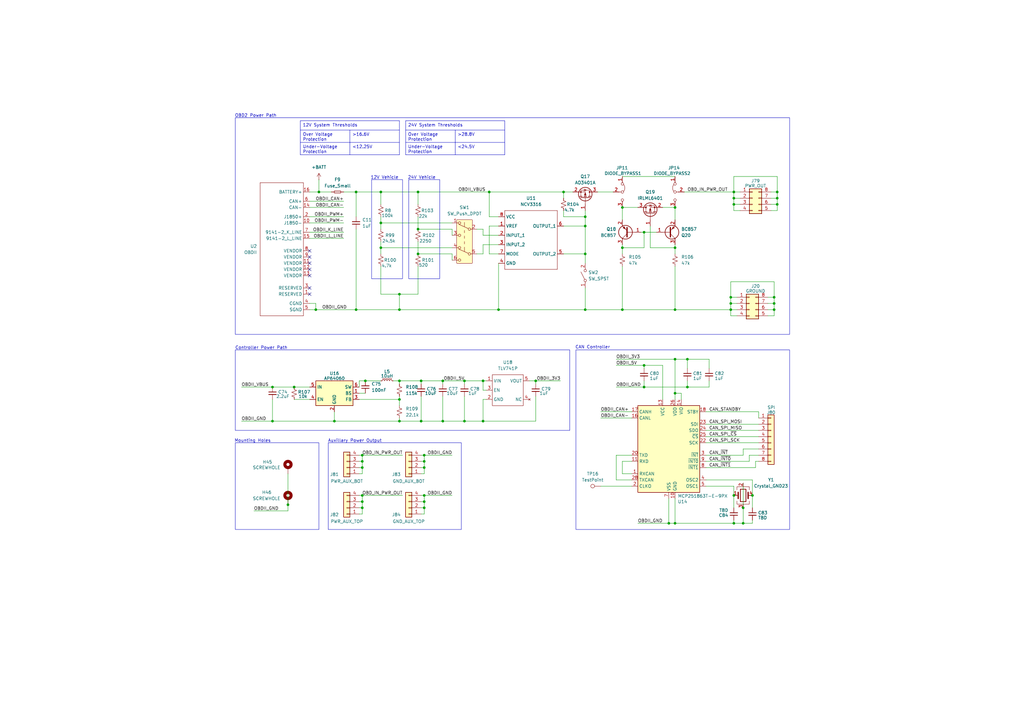
<source format=kicad_sch>
(kicad_sch (version 20250114) (generator "eeschema") (generator_version "9.0")
  (paper "A3")
  (title_block (title "Modular PSU") (company "DanWave Design") (comment 1 "Design By: Daniel Manla") (comment 2 "Open Hardware"))
  (lib_symbols
    (symbol "Connector:TestPoint" (pin_numbers (hide yes)) (pin_names (offset 0.762) (hide yes))
      (property "Reference" "TP" (at 0 6.858 0))
      (property "Value" "TestPoint" (at 0 5.08 0))
      (symbol "TestPoint_1_1"
        (pin passive line (at 0 0 90) (length 2.54) (name "1") (number "1"))
      )
    )
    (symbol "Connector_Generic:Conn_01x04" (pin_names (offset 1.016) (hide yes))
      (property "Reference" "J" (at 0 5.08 0))
      (property "Value" "Conn_01x04" (at 0 -7.62 0))
      (symbol "Conn_01x04_1_1"
        (pin passive line (at -5.08 2.54 0) (length 3.81) (name "Pin_1") (number "1"))
        (pin passive line (at -5.08 0 0) (length 3.81) (name "Pin_2") (number "2"))
        (pin passive line (at -5.08 -2.54 0) (length 3.81) (name "Pin_3") (number "3"))
        (pin passive line (at -5.08 -5.08 0) (length 3.81) (name "Pin_4") (number "4"))
      )
    )
    (symbol "Connector_Generic:Conn_01x08" (pin_names (offset 1.016) (hide yes))
      (property "Reference" "J" (at 0 10.16 0))
      (property "Value" "Conn_01x08" (at 0 -12.7 0))
      (symbol "Conn_01x08_1_1"
        (pin passive line (at -5.08 7.62 0) (length 3.81) (name "Pin_1") (number "1"))
        (pin passive line (at -5.08 5.08 0) (length 3.81) (name "Pin_2") (number "2"))
        (pin passive line (at -5.08 2.54 0) (length 3.81) (name "Pin_3") (number "3"))
        (pin passive line (at -5.08 0 0) (length 3.81) (name "Pin_4") (number "4"))
        (pin passive line (at -5.08 -2.54 0) (length 3.81) (name "Pin_5") (number "5"))
        (pin passive line (at -5.08 -5.08 0) (length 3.81) (name "Pin_6") (number "6"))
        (pin passive line (at -5.08 -7.62 0) (length 3.81) (name "Pin_7") (number "7"))
        (pin passive line (at -5.08 -10.16 0) (length 3.81) (name "Pin_8") (number "8"))
      )
    )
    (symbol "Connector_Generic:Conn_02x04_Counter_Clockwise" (pin_names (offset 1.016) (hide yes))
      (property "Reference" "J" (at 1.27 5.08 0))
      (property "Value" "Conn_02x04_Counter_Clockwise" (at 1.27 -7.62 0))
      (symbol "Conn_02x04_Counter_Clockwise_1_1"
        (pin passive line (at -5.08 2.54 0) (length 3.81) (name "Pin_1") (number "1"))
        (pin passive line (at -5.08 0 0) (length 3.81) (name "Pin_2") (number "2"))
        (pin passive line (at -5.08 -2.54 0) (length 3.81) (name "Pin_3") (number "3"))
        (pin passive line (at -5.08 -5.08 0) (length 3.81) (name "Pin_4") (number "4"))
        (pin passive line (at 7.62 2.54 180) (length 3.81) (name "Pin_8") (number "8"))
        (pin passive line (at 7.62 0 180) (length 3.81) (name "Pin_7") (number "7"))
        (pin passive line (at 7.62 -2.54 180) (length 3.81) (name "Pin_6") (number "6"))
        (pin passive line (at 7.62 -5.08 180) (length 3.81) (name "Pin_5") (number "5"))
      )
    )
    (symbol "Device:C_Small" (pin_numbers (hide yes)) (pin_names (offset 0.254) (hide yes))
      (property "Reference" "C" (at 0.254 1.778 0))
      (property "Value" "C_Small" (at 0.254 -2.032 0))
      (symbol "C_Small_1_1"
        (pin passive line (at 0 2.54 270) (length 2.032) (name "~") (number "1"))
        (pin passive line (at 0 -2.54 90) (length 2.032) (name "~") (number "2"))
      )
    )
    (symbol "Device:Crystal_GND23" (pin_names (offset 1.016) (hide yes))
      (property "Reference" "Y" (at 3.175 5.08 0))
      (property "Value" "Crystal_GND23" (at 3.175 3.175 0))
      (symbol "Crystal_GND23_1_1"
        (pin passive line (at -3.81 0 0) (length 1.27) (name "1") (number "1"))
        (pin passive line (at 0 5.08 270) (length 1.27) (name "2") (number "2"))
        (pin passive line (at 0 -5.08 90) (length 1.27) (name "3") (number "3"))
        (pin passive line (at 3.81 0 180) (length 1.27) (name "4") (number "4"))
      )
    )
    (symbol "Device:Fuse_Small" (pin_numbers (hide yes)) (pin_names (offset 0.254) (hide yes))
      (property "Reference" "F" (at 0 -1.524 0))
      (property "Value" "Fuse_Small" (at 0 1.524 0))
      (symbol "Fuse_Small_1_1"
        (pin passive line (at -2.54 0 0) (length 1.27) (name "~") (number "1"))
        (pin passive line (at 2.54 0 180) (length 1.27) (name "~") (number "2"))
      )
    )
    (symbol "Device:L_Ferrite_Small" (pin_numbers (hide yes)) (pin_names (offset 0.254) (hide yes))
      (property "Reference" "L" (at 1.27 1.016 0))
      (property "Value" "L_Ferrite_Small" (at 1.27 -1.27 0))
      (symbol "L_Ferrite_Small_1_1"
        (pin passive line (at 0 2.54 270) (length 0.508) (name "~") (number "1"))
        (pin passive line (at 0 -2.54 90) (length 0.508) (name "~") (number "2"))
      )
    )
    (symbol "Device:R_Small_US" (pin_numbers (hide yes)) (pin_names (offset 0.254) (hide yes))
      (property "Reference" "R" (at 0.762 0.508 0))
      (property "Value" "R_Small_US" (at 0.762 -1.016 0))
      (symbol "R_Small_US_1_1"
        (pin passive line (at 0 2.54 270) (length 1.016) (name "~") (number "1"))
        (pin passive line (at 0 -2.54 90) (length 1.016) (name "~") (number "2"))
      )
    )
    (symbol "EXT_CONN:OBD2_PORT"
      (property "Reference" "U" (at 0 0 0))
      (property "Value" "OBDII" (at 0 0 0))
      (symbol "OBD2_PORT_1_1"
        (pin bidirectional line (at -11.43 -5.08 0) (length 2.54) (name "BATTERY+") (number "16"))
        (pin bidirectional line (at -11.43 -8.89 0) (length 2.54) (name "CAN+") (number "6"))
        (pin bidirectional line (at -11.43 -11.43 0) (length 2.54) (name "CAN-") (number "14"))
        (pin bidirectional line (at -11.43 -15.24 0) (length 2.54) (name "J1850+") (number "2"))
        (pin bidirectional line (at -11.43 -17.78 0) (length 2.54) (name "J1850-") (number "10"))
        (pin bidirectional line (at -11.43 -21.59 0) (length 2.54) (name "9141-2_K_LINE") (number "7"))
        (pin bidirectional line (at -11.43 -24.13 0) (length 2.54) (name "9141-2_L_LINE") (number "15"))
        (pin bidirectional line (at -11.43 -29.21 0) (length 2.54) (name "VENDOR") (number "8"))
        (pin bidirectional line (at -11.43 -31.75 0) (length 2.54) (name "VENDOR") (number "9"))
        (pin bidirectional line (at -11.43 -34.29 0) (length 2.54) (name "VENDOR") (number "11"))
        (pin bidirectional line (at -11.43 -36.83 0) (length 2.54) (name "VENDOR") (number "12"))
        (pin bidirectional line (at -11.43 -39.37 0) (length 2.54) (name "VENDOR") (number "13"))
        (pin bidirectional line (at -11.43 -44.45 0) (length 2.54) (name "RESERVED") (number "3"))
        (pin bidirectional line (at -11.43 -46.99 0) (length 2.54) (name "RESERVED") (number "1"))
        (pin power_out line (at -11.43 -50.8 0) (length 2.54) (name "CGND") (number "4"))
        (pin power_out line (at -11.43 -53.34 0) (length 2.54) (name "SGND") (number "5"))
      )
    )
    (symbol "EXT_DCDC:TLV741P"
      (property "Reference" "U" (at 0 0 0))
      (property "Value" "TLV741P" (at 0 0 0))
      (symbol "TLV741P_1_1"
        (pin power_in line (at -8.89 -3.81 0) (length 2.54) (name "VIN") (number "1"))
        (pin input line (at -8.89 -7.62 0) (length 2.54) (name "EN") (number "3"))
        (pin power_in line (at -8.89 -11.43 0) (length 2.54) (name "GND") (number "2"))
        (pin power_out line (at 8.89 -3.81 180) (length 2.54) (name "VOUT") (number "5"))
        (pin no_connect line (at 8.89 -11.43 180) (length 2.54) (name "NC") (number "4"))
      )
    )
    (symbol "EXT_VSENSE:NCV33161"
      (property "Reference" "U" (at 0 0 0))
      (property "Value" "NCV3316" (at 0 0 0))
      (symbol "NCV33161_1_1"
        (pin power_in line (at -12.7 -3.81 0) (length 2.54) (name "VCC") (number "8"))
        (pin bidirectional line (at -12.7 -7.62 0) (length 2.54) (name "VREF") (number "1"))
        (pin input line (at -12.7 -11.43 0) (length 2.54) (name "INPUT_1") (number "2"))
        (pin input line (at -12.7 -15.24 0) (length 2.54) (name "INPUT_2") (number "3"))
        (pin input line (at -12.7 -19.05 0) (length 2.54) (name "MODE") (number "7"))
        (pin power_out line (at -12.7 -22.86 0) (length 2.54) (name "GND") (number "4"))
        (pin bidirectional line (at 13.97 -7.62 180) (length 2.54) (name "OUTPUT_1") (number "6"))
        (pin bidirectional line (at 13.97 -19.05 180) (length 2.54) (name "OUTPUT_2") (number "5"))
      )
    )
    (symbol "Interface_CAN_LIN:MCP251863T-E-9PX"
      (property "Reference" "U" (at -12.7 19.304 0))
      (property "Value" "MCP251863T-E-9PX" (at 4.572 19.304 0))
      (symbol "MCP251863T-E-9PX_1_1"
        (pin input line (at -15.24 15.24 0) (length 2.54) (name "STBY") (number "18"))
        (pin input line (at -15.24 10.16 0) (length 2.54) (name "SDI") (number "23"))
        (pin output line (at -15.24 7.62 0) (length 2.54) (name "SDO") (number "24"))
        (pin input line (at -15.24 5.08 0) (length 2.54) (name "~{CS}") (number "25"))
        (pin input line (at -15.24 2.54 0) (length 2.54) (name "SCK") (number "22"))
        (pin output line (at -15.24 -2.54 0) (length 2.54) (name "~{INT}") (number "3"))
        (pin output line (at -15.24 -5.08 0) (length 2.54) (name "~{INT0}") (number "9"))
        (pin output line (at -15.24 -7.62 0) (length 2.54) (name "~{INT1}") (number "8"))
        (pin output line (at -15.24 -12.7 0) (length 2.54) (name "OSC2") (number "4"))
        (pin input line (at -15.24 -15.24 0) (length 2.54) (name "OSC1") (number "5"))
        (pin power_in line (at -5.08 20.32 270) (length 2.54) (name "VIO") (number "14"))
        (pin power_in line (at -2.54 20.32 270) (length 2.54) (name "VDD") (number "26"))
        (pin power_in line (at -2.54 -20.32 90) (length 2.54) (name "GND") (number "10"))
        (pin no_connect line (at 0 17.78 270) (length 2.54) (hide yes) (name "NC") (number "21"))
        (pin power_in line (at 0 -20.32 90) (length 2.54) (name "VSS") (number "7"))
        (pin power_in line (at 2.54 20.32 270) (length 2.54) (name "VCC") (number "13"))
        (pin no_connect line (at 5.08 17.78 270) (length 2.54) (hide yes) (name "NC") (number "29"))
        (pin no_connect line (at 12.7 10.16 180) (length 2.54) (hide yes) (name "NC") (number "19"))
        (pin no_connect line (at 12.7 7.62 180) (length 2.54) (hide yes) (name "NC") (number "15"))
        (pin no_connect line (at 12.7 5.08 180) (length 2.54) (hide yes) (name "NC") (number "12"))
        (pin no_connect line (at 12.7 2.54 180) (length 2.54) (hide yes) (name "NC") (number "6"))
        (pin bidirectional line (at 15.24 15.24 180) (length 2.54) (name "CANH") (number "17"))
        (pin bidirectional line (at 15.24 12.7 180) (length 2.54) (name "CANL") (number "16"))
        (pin output line (at 15.24 -2.54 180) (length 2.54) (name "TXD") (number "20"))
        (pin output line (at 15.24 -5.08 180) (length 2.54) (name "RXD") (number "11"))
        (pin input line (at 15.24 -10.16 180) (length 2.54) (name "RXCAN") (number "1"))
        (pin output line (at 15.24 -12.7 180) (length 2.54) (name "TXCAN") (number "28"))
        (pin output line (at 15.24 -15.24 180) (length 2.54) (name "CLKO") (number "2"))
      )
    )
    (symbol "Jumper:Jumper_3_Bridged12" (pin_names (offset 0) (hide yes)) (exclude_from_sim yes) (in_bom no)
      (property "Reference" "JP" (at -2.54 -2.54 0))
      (property "Value" "Jumper_3_Bridged12" (at 0 2.794 0))
      (symbol "Jumper_3_Bridged12_1_1"
        (pin passive line (at -6.35 0 0) (length 2.54) (name "A") (number "1"))
        (pin passive line (at 0 -3.81 90) (length 2.54) (name "C") (number "2"))
        (pin passive line (at 6.35 0 180) (length 2.54) (name "B") (number "3"))
      )
    )
    (symbol "Mechanical:MountingHole_Pad" (pin_numbers (hide yes)) (pin_names (offset 1.016) (hide yes)) (exclude_from_sim yes) (in_bom no)
      (property "Reference" "H" (at 0 6.35 0))
      (property "Value" "MountingHole_Pad" (at 0 4.445 0))
      (symbol "MountingHole_Pad_1_1"
        (pin input line (at 0 -2.54 90) (length 2.54) (name "1") (number "1"))
      )
    )
    (symbol "Regulator_Switching:AP3211K"
      (property "Reference" "U" (at -7.62 6.35 0))
      (property "Value" "AP3211K" (at 0 6.35 0))
      (symbol "AP3211K_1_1"
        (pin power_in line (at -10.16 2.54 0) (length 2.54) (name "IN") (number "5"))
        (pin input line (at -10.16 -2.54 0) (length 2.54) (name "EN") (number "4"))
        (pin power_in line (at 0 -7.62 90) (length 2.54) (name "GND") (number "2"))
        (pin passive line (at 10.16 2.54 180) (length 2.54) (name "SW") (number "6"))
        (pin passive line (at 10.16 0 180) (length 2.54) (name "BS") (number "1"))
        (pin input line (at 10.16 -2.54 180) (length 2.54) (name "FB") (number "3"))
      )
    )
    (symbol "Switch:SW_Push_DPDT" (pin_names (offset 0) (hide yes))
      (property "Reference" "SW" (at 0 10.16 0))
      (property "Value" "SW_Push_DPDT" (at 0 -10.16 0))
      (symbol "SW_Push_DPDT_1_1"
        (pin passive line (at -5.08 5.08 0) (length 2.54) (name "B") (number "2"))
        (pin passive line (at -5.08 -5.08 0) (length 2.54) (name "B") (number "5"))
        (pin passive line (at 5.08 7.62 180) (length 2.54) (name "A") (number "1"))
        (pin passive line (at 5.08 2.54 180) (length 2.54) (name "C") (number "3"))
        (pin passive line (at 5.08 -2.54 180) (length 2.54) (name "A") (number "4"))
        (pin passive line (at 5.08 -7.62 180) (length 2.54) (name "C") (number "6"))
      )
    )
    (symbol "Switch:SW_SPST" (pin_names (offset 0) (hide yes))
      (property "Reference" "SW" (at 0 3.175 0))
      (property "Value" "SW_SPST" (at 0 -2.54 0))
      (symbol "SW_SPST_1_1"
        (pin passive line (at -5.08 0 0) (length 2.54) (name "A") (number "1"))
        (pin passive line (at 5.08 0 180) (length 2.54) (name "B") (number "2"))
      )
    )
    (symbol "Transistor_BJT:BC857" (pin_names (offset 0) (hide yes))
      (property "Reference" "Q" (at 5.08 1.905 0))
      (property "Value" "BC857" (at 5.08 0 0))
      (symbol "BC857_1_1"
        (pin input line (at -5.08 0 0) (length 2.54) (name "B") (number "1"))
        (pin passive line (at 2.54 5.08 270) (length 2.54) (name "C") (number "3"))
        (pin passive line (at 2.54 -5.08 90) (length 2.54) (name "E") (number "2"))
      )
    )
    (symbol "Transistor_FET:AO3401A" (pin_names (hide yes))
      (property "Reference" "Q" (at 5.08 1.905 0))
      (property "Value" "AO3401A" (at 5.08 0 0))
      (symbol "AO3401A_1_1"
        (pin input line (at -5.08 0 0) (length 2.54) (name "G") (number "1"))
        (pin passive line (at 2.54 5.08 270) (length 2.54) (name "D") (number "3"))
        (pin passive line (at 2.54 -5.08 90) (length 2.54) (name "S") (number "2"))
      )
    )
    (symbol "Transistor_FET:IRLML6401" (pin_names (hide yes))
      (property "Reference" "Q" (at 5.08 1.905 0))
      (property "Value" "IRLML6401" (at 5.08 0 0))
      (symbol "IRLML6401_1_1"
        (pin input line (at -5.08 0 0) (length 2.54) (name "G") (number "1"))
        (pin passive line (at 2.54 5.08 270) (length 2.54) (name "D") (number "3"))
        (pin passive line (at 2.54 -5.08 90) (length 2.54) (name "S") (number "2"))
      )
    )
    (symbol "power:+BATT" (power) (pin_numbers (hide yes)) (pin_names (offset 0) (hide yes))
      (property "Value" "+BATT" (at 0 3.556 0))
      (symbol "+BATT_1_1"
        (pin power_in line (at 0 0 90) (length 0) (name "~") (number "1"))
      )
    )
  )
  (rectangle (start 152.4 73.66) (end 165.1 114.3))
  (rectangle (start 96.52 48.26) (end 323.85 137.16))
  (rectangle (start 96.52 181.61) (end 130.81 217.17))
  (rectangle (start 134.62 181.61) (end 189.23 217.17))
  (rectangle (start 167.64 73.66) (end 180.34 114.3))
  (rectangle (start 236.22 143.51) (end 323.85 217.17))
  (rectangle (start 96.52 143.51) (end 233.68 176.53))
  (text "Auxillary Power Output" (at 145.542 180.848 0) (effects (font (size 1.27 1.27))))
  (text "CAN Controller" (at 243.078 142.494 0) (effects (font (size 1.27 1.27))))
  (text "24V Vehicle" (at 172.974 72.898 0) (effects (font (size 1.27 1.27))))
  (text "12V Vehicle" (at 157.734 72.898 0) (effects (font (size 1.27 1.27))))
  (text "OBD2 Power Path" (at 104.902 47.498 0) (effects (font (size 1.27 1.27))))
  (text "Mounting Holes" (at 103.632 180.848 0) (effects (font (size 1.27 1.27))))
  (text "Controller Power Path" (at 107.188 142.748 0) (effects (font (size 1.27 1.27))))
  (junction (at 148.59 208.28))
  (junction (at 264.16 158.75))
  (junction (at 148.59 191.77))
  (junction (at 173.99 189.23))
  (junction (at 231.14 78.74))
  (junction (at 255.27 85.09))
  (junction (at 172.72 156.21))
  (junction (at 163.83 163.83))
  (junction (at 204.47 127))
  (junction (at 318.77 78.74))
  (junction (at 156.21 101.6))
  (junction (at 118.11 207.01))
  (junction (at 276.86 147.32))
  (junction (at 317.5 124.46))
  (junction (at 111.76 172.72))
  (junction (at 173.99 186.69))
  (junction (at 300.99 81.28))
  (junction (at 304.8 214.63))
  (junction (at 190.5 156.21))
  (junction (at 255.27 127))
  (junction (at 276.86 161.29))
  (junction (at 299.72 127))
  (junction (at 300.99 83.82))
  (junction (at 171.45 78.74))
  (junction (at 149.86 156.21))
  (junction (at 264.16 95.25))
  (junction (at 129.54 127))
  (junction (at 130.81 78.74))
  (junction (at 276.86 85.09))
  (junction (at 200.66 78.74))
  (junction (at 198.12 172.72))
  (junction (at 146.05 127))
  (junction (at 300.99 214.63))
  (junction (at 240.03 92.71))
  (junction (at 240.03 127))
  (junction (at 146.05 78.74))
  (junction (at 173.99 205.74))
  (junction (at 137.16 172.72))
  (junction (at 300.99 203.2))
  (junction (at 163.83 120.65))
  (junction (at 148.59 186.69))
  (junction (at 156.21 78.74))
  (junction (at 299.72 121.92))
  (junction (at 281.94 147.32))
  (junction (at 276.86 127))
  (junction (at 304.8 208.28))
  (junction (at 171.45 93.98))
  (junction (at 300.99 78.74))
  (junction (at 318.77 81.28))
  (junction (at 163.83 127))
  (junction (at 163.83 156.21))
  (junction (at 181.61 172.72))
  (junction (at 318.77 83.82))
  (junction (at 255.27 101.6))
  (junction (at 240.03 88.9))
  (junction (at 120.65 158.75))
  (junction (at 276.86 101.6))
  (junction (at 190.5 172.72))
  (junction (at 240.03 104.14))
  (junction (at 317.5 121.92))
  (junction (at 264.16 149.86))
  (junction (at 281.94 158.75))
  (junction (at 156.21 91.44))
  (junction (at 173.99 191.77))
  (junction (at 274.32 214.63))
  (junction (at 173.99 208.28))
  (junction (at 181.61 156.21))
  (junction (at 148.59 189.23))
  (junction (at 148.59 203.2))
  (junction (at 111.76 158.75))
  (junction (at 219.71 156.21))
  (junction (at 317.5 127))
  (junction (at 163.83 172.72))
  (junction (at 173.99 203.2))
  (junction (at 308.61 203.2))
  (junction (at 299.72 124.46))
  (junction (at 171.45 104.14))
  (junction (at 172.72 172.72))
  (junction (at 148.59 205.74))
  (junction (at 198.12 156.21))
  (junction (at 276.86 214.63))
  (no_connect (at 127 102.87))
  (no_connect (at 127 113.03))
  (no_connect (at 127 110.49))
  (no_connect (at 127 107.95))
  (no_connect (at 127 118.11))
  (no_connect (at 127 105.41))
  (no_connect (at 127 120.65))
  (wire (pts (xy 127 85.09) (xy 140.97 85.09)))
  (wire (pts (xy 127 82.55) (xy 140.97 82.55)))
  (wire (pts (xy 255.27 127) (xy 276.86 127)))
  (wire (pts (xy 303.53 81.28) (xy 300.99 81.28)))
  (wire (pts (xy 231.14 78.74) (xy 231.14 81.28)))
  (wire (pts (xy 264.16 101.6) (xy 255.27 101.6)))
  (wire (pts (xy 300.99 213.36) (xy 300.99 214.63)))
  (wire (pts (xy 146.05 78.74) (xy 156.21 78.74)))
  (wire (pts (xy 316.23 81.28) (xy 318.77 81.28)))
  (wire (pts (xy 300.99 78.74) (xy 300.99 72.39)))
  (wire (pts (xy 198.12 104.14) (xy 198.12 100.33)))
  (wire (pts (xy 104.14 209.55) (xy 118.11 209.55)))
  (wire (pts (xy 148.59 189.23) (xy 148.59 186.69)))
  (wire (pts (xy 240.03 88.9) (xy 231.14 88.9)))
  (wire (pts (xy 163.83 156.21) (xy 163.83 157.48)))
  (wire (pts (xy 173.99 189.23) (xy 173.99 186.69)))
  (wire (pts (xy 290.83 158.75) (xy 290.83 156.21)))
  (wire (pts (xy 118.11 207.01) (xy 118.11 194.31)))
  (wire (pts (xy 163.83 172.72) (xy 163.83 171.45)))
  (wire (pts (xy 252.73 186.69) (xy 259.08 186.69)))
  (wire (pts (xy 276.86 85.09) (xy 271.78 85.09)))
  (wire (pts (xy 245.11 78.74) (xy 251.46 78.74)))
  (wire (pts (xy 204.47 104.14) (xy 200.66 104.14)))
  (wire (pts (xy 290.83 147.32) (xy 290.83 151.13)))
  (wire (pts (xy 252.73 196.85) (xy 259.08 196.85)))
  (wire (pts (xy 316.23 86.36) (xy 318.77 86.36)))
  (wire (pts (xy 231.14 78.74) (xy 234.95 78.74)))
  (wire (pts (xy 200.66 78.74) (xy 200.66 88.9)))
  (wire (pts (xy 300.99 86.36) (xy 300.99 83.82)))
  (wire (pts (xy 172.72 172.72) (xy 181.61 172.72)))
  (wire (pts (xy 172.72 203.2) (xy 173.99 203.2)))
  (wire (pts (xy 289.56 186.69) (xy 304.8 186.69)))
  (wire (pts (xy 198.12 100.33) (xy 204.47 100.33)))
  (wire (pts (xy 317.5 127) (xy 317.5 124.46)))
  (wire (pts (xy 147.32 194.31) (xy 148.59 194.31)))
  (wire (pts (xy 299.72 127) (xy 299.72 124.46)))
  (wire (pts (xy 300.99 199.39) (xy 300.99 203.2)))
  (wire (pts (xy 289.56 189.23) (xy 307.34 189.23)))
  (wire (pts (xy 316.23 78.74) (xy 318.77 78.74)))
  (wire (pts (xy 148.59 191.77) (xy 148.59 189.23)))
  (wire (pts (xy 172.72 205.74) (xy 173.99 205.74)))
  (wire (pts (xy 148.59 205.74) (xy 148.59 203.2)))
  (wire (pts (xy 281.94 158.75) (xy 281.94 156.21)))
  (wire (pts (xy 289.56 191.77) (xy 309.88 191.77)))
  (wire (pts (xy 156.21 101.6) (xy 185.42 101.6)))
  (wire (pts (xy 146.05 78.74) (xy 146.05 88.9)))
  (wire (pts (xy 185.42 93.98) (xy 185.42 96.52)))
  (wire (pts (xy 303.53 86.36) (xy 300.99 86.36)))
  (wire (pts (xy 219.71 162.56) (xy 219.71 172.72)))
  (wire (pts (xy 163.83 127) (xy 204.47 127)))
  (wire (pts (xy 163.83 120.65) (xy 171.45 120.65)))
  (wire (pts (xy 147.32 163.83) (xy 163.83 163.83)))
  (wire (pts (xy 276.86 90.17) (xy 276.86 85.09)))
  (wire (pts (xy 198.12 160.02) (xy 198.12 156.21)))
  (wire (pts (xy 276.86 101.6) (xy 266.7 101.6)))
  (wire (pts (xy 171.45 78.74) (xy 200.66 78.74)))
  (wire (pts (xy 146.05 93.98) (xy 146.05 127)))
  (wire (pts (xy 120.65 158.75) (xy 111.76 158.75)))
  (wire (pts (xy 172.72 191.77) (xy 173.99 191.77)))
  (wire (pts (xy 252.73 147.32) (xy 276.86 147.32)))
  (wire (pts (xy 279.4 161.29) (xy 276.86 161.29)))
  (wire (pts (xy 127 91.44) (xy 140.97 91.44)))
  (wire (pts (xy 264.16 156.21) (xy 264.16 158.75)))
  (wire (pts (xy 148.59 203.2) (xy 165.1 203.2)))
  (wire (pts (xy 127 97.79) (xy 140.97 97.79)))
  (wire (pts (xy 198.12 93.98) (xy 195.58 93.98)))
  (wire (pts (xy 127 78.74) (xy 130.81 78.74)))
  (wire (pts (xy 156.21 88.9) (xy 156.21 91.44)))
  (wire (pts (xy 172.72 186.69) (xy 173.99 186.69)))
  (wire (pts (xy 171.45 120.65) (xy 171.45 109.22)))
  (wire (pts (xy 148.59 208.28) (xy 148.59 205.74)))
  (wire (pts (xy 299.72 115.57) (xy 317.5 115.57)))
  (wire (pts (xy 317.5 129.54) (xy 317.5 127)))
  (wire (pts (xy 127 127) (xy 129.54 127)))
  (wire (pts (xy 289.56 179.07) (xy 311.15 179.07)))
  (wire (pts (xy 300.99 214.63) (xy 304.8 214.63)))
  (wire (pts (xy 156.21 104.14) (xy 156.21 101.6)))
  (wire (pts (xy 246.38 199.39) (xy 259.08 199.39)))
  (wire (pts (xy 172.72 194.31) (xy 173.99 194.31)))
  (wire (pts (xy 261.62 214.63) (xy 274.32 214.63)))
  (wire (pts (xy 276.86 147.32) (xy 276.86 161.29)))
  (wire (pts (xy 163.83 172.72) (xy 172.72 172.72)))
  (wire (pts (xy 255.27 72.39) (xy 276.86 72.39)))
  (wire (pts (xy 185.42 104.14) (xy 185.42 106.68)))
  (wire (pts (xy 172.72 208.28) (xy 173.99 208.28)))
  (wire (pts (xy 299.72 129.54) (xy 299.72 127)))
  (wire (pts (xy 171.45 93.98) (xy 185.42 93.98)))
  (wire (pts (xy 190.5 162.56) (xy 190.5 172.72)))
  (wire (pts (xy 147.32 191.77) (xy 148.59 191.77)))
  (wire (pts (xy 129.54 124.46) (xy 129.54 127)))
  (wire (pts (xy 289.56 176.53) (xy 311.15 176.53)))
  (wire (pts (xy 300.99 72.39) (xy 318.77 72.39)))
  (wire (pts (xy 279.4 163.83) (xy 279.4 161.29)))
  (wire (pts (xy 200.66 88.9) (xy 204.47 88.9)))
  (wire (pts (xy 314.96 129.54) (xy 317.5 129.54)))
  (wire (pts (xy 240.03 127) (xy 255.27 127)))
  (wire (pts (xy 147.32 186.69) (xy 148.59 186.69)))
  (wire (pts (xy 156.21 109.22) (xy 156.21 120.65)))
  (wire (pts (xy 146.05 127) (xy 163.83 127)))
  (wire (pts (xy 137.16 172.72) (xy 163.83 172.72)))
  (wire (pts (xy 127 124.46) (xy 129.54 124.46)))
  (wire (pts (xy 156.21 91.44) (xy 185.42 91.44)))
  (wire (pts (xy 255.27 109.22) (xy 255.27 127)))
  (wire (pts (xy 172.72 156.21) (xy 181.61 156.21)))
  (wire (pts (xy 240.03 92.71) (xy 240.03 88.9)))
  (wire (pts (xy 204.47 96.52) (xy 198.12 96.52)))
  (wire (pts (xy 259.08 194.31) (xy 255.27 194.31)))
  (wire (pts (xy 316.23 83.82) (xy 318.77 83.82)))
  (wire (pts (xy 266.7 101.6) (xy 266.7 92.71)))
  (wire (pts (xy 281.94 147.32) (xy 281.94 151.13)))
  (wire (pts (xy 309.88 189.23) (xy 311.15 189.23)))
  (wire (pts (xy 181.61 156.21) (xy 190.5 156.21)))
  (wire (pts (xy 264.16 158.75) (xy 281.94 158.75)))
  (wire (pts (xy 289.56 173.99) (xy 311.15 173.99)))
  (wire (pts (xy 259.08 168.91) (xy 246.38 168.91)))
  (wire (pts (xy 240.03 104.14) (xy 240.03 92.71)))
  (wire (pts (xy 311.15 171.45) (xy 311.15 168.91)))
  (wire (pts (xy 127 158.75) (xy 120.65 158.75)))
  (wire (pts (xy 148.59 186.69) (xy 165.1 186.69)))
  (wire (pts (xy 302.26 127) (xy 299.72 127)))
  (wire (pts (xy 276.86 127) (xy 299.72 127)))
  (wire (pts (xy 130.81 78.74) (xy 130.81 73.66)))
  (wire (pts (xy 289.56 199.39) (xy 300.99 199.39)))
  (wire (pts (xy 198.12 172.72) (xy 219.71 172.72)))
  (wire (pts (xy 299.72 121.92) (xy 302.26 121.92)))
  (wire (pts (xy 304.8 184.15) (xy 311.15 184.15)))
  (wire (pts (xy 255.27 194.31) (xy 255.27 189.23)))
  (wire (pts (xy 300.99 81.28) (xy 300.99 78.74)))
  (wire (pts (xy 308.61 213.36) (xy 308.61 214.63)))
  (wire (pts (xy 195.58 104.14) (xy 198.12 104.14)))
  (wire (pts (xy 274.32 204.47) (xy 274.32 214.63)))
  (wire (pts (xy 309.88 191.77) (xy 309.88 189.23)))
  (wire (pts (xy 173.99 210.82) (xy 173.99 208.28)))
  (wire (pts (xy 173.99 191.77) (xy 173.99 189.23)))
  (wire (pts (xy 308.61 196.85) (xy 308.61 203.2)))
  (wire (pts (xy 318.77 72.39) (xy 318.77 78.74)))
  (wire (pts (xy 173.99 203.2) (xy 185.42 203.2)))
  (wire (pts (xy 199.39 160.02) (xy 198.12 160.02)))
  (wire (pts (xy 156.21 91.44) (xy 156.21 93.98)))
  (wire (pts (xy 276.86 127) (xy 276.86 109.22)))
  (wire (pts (xy 255.27 189.23) (xy 259.08 189.23)))
  (wire (pts (xy 304.8 186.69) (xy 304.8 184.15)))
  (wire (pts (xy 289.56 196.85) (xy 308.61 196.85)))
  (wire (pts (xy 231.14 104.14) (xy 240.03 104.14)))
  (wire (pts (xy 200.66 104.14) (xy 200.66 92.71)))
  (wire (pts (xy 276.86 100.33) (xy 276.86 101.6)))
  (wire (pts (xy 147.32 161.29) (xy 149.86 161.29)))
  (wire (pts (xy 171.45 78.74) (xy 156.21 78.74)))
  (wire (pts (xy 317.5 115.57) (xy 317.5 121.92)))
  (wire (pts (xy 148.59 194.31) (xy 148.59 191.77)))
  (wire (pts (xy 148.59 210.82) (xy 148.59 208.28)))
  (wire (pts (xy 172.72 162.56) (xy 172.72 172.72)))
  (wire (pts (xy 274.32 214.63) (xy 276.86 214.63)))
  (wire (pts (xy 161.29 156.21) (xy 163.83 156.21)))
  (wire (pts (xy 156.21 78.74) (xy 156.21 83.82)))
  (wire (pts (xy 147.32 158.75) (xy 147.32 156.21)))
  (wire (pts (xy 171.45 88.9) (xy 171.45 93.98)))
  (wire (pts (xy 276.86 101.6) (xy 276.86 104.14)))
  (wire (pts (xy 137.16 168.91) (xy 137.16 172.72)))
  (wire (pts (xy 129.54 127) (xy 146.05 127)))
  (wire (pts (xy 171.45 83.82) (xy 171.45 78.74)))
  (wire (pts (xy 219.71 156.21) (xy 219.71 157.48)))
  (wire (pts (xy 219.71 156.21) (xy 229.87 156.21)))
  (wire (pts (xy 311.15 168.91) (xy 289.56 168.91)))
  (wire (pts (xy 304.8 214.63) (xy 304.8 208.28)))
  (wire (pts (xy 147.32 156.21) (xy 149.86 156.21)))
  (wire (pts (xy 264.16 95.25) (xy 269.24 95.25)))
  (wire (pts (xy 204.47 127) (xy 240.03 127)))
  (wire (pts (xy 302.26 129.54) (xy 299.72 129.54)))
  (wire (pts (xy 314.96 121.92) (xy 317.5 121.92)))
  (wire (pts (xy 137.16 172.72) (xy 111.76 172.72)))
  (wire (pts (xy 300.99 78.74) (xy 303.53 78.74)))
  (wire (pts (xy 318.77 81.28) (xy 318.77 78.74)))
  (wire (pts (xy 259.08 171.45) (xy 246.38 171.45)))
  (wire (pts (xy 118.11 209.55) (xy 118.11 207.01)))
  (wire (pts (xy 303.53 83.82) (xy 300.99 83.82)))
  (wire (pts (xy 204.47 127) (xy 204.47 107.95)))
  (wire (pts (xy 173.99 186.69) (xy 185.42 186.69)))
  (wire (pts (xy 240.03 88.9) (xy 240.03 86.36)))
  (wire (pts (xy 171.45 99.06) (xy 171.45 104.14)))
  (wire (pts (xy 120.65 163.83) (xy 127 163.83)))
  (wire (pts (xy 240.03 127) (xy 240.03 118.11)))
  (wire (pts (xy 181.61 162.56) (xy 181.61 172.72)))
  (wire (pts (xy 299.72 124.46) (xy 299.72 121.92)))
  (wire (pts (xy 240.03 104.14) (xy 240.03 107.95)))
  (wire (pts (xy 264.16 149.86) (xy 271.78 149.86)))
  (wire (pts (xy 163.83 156.21) (xy 172.72 156.21)))
  (wire (pts (xy 147.32 205.74) (xy 148.59 205.74)))
  (wire (pts (xy 147.32 189.23) (xy 148.59 189.23)))
  (wire (pts (xy 318.77 83.82) (xy 318.77 81.28)))
  (wire (pts (xy 198.12 156.21) (xy 199.39 156.21)))
  (wire (pts (xy 190.5 156.21) (xy 198.12 156.21)))
  (wire (pts (xy 314.96 124.46) (xy 317.5 124.46)))
  (wire (pts (xy 200.66 92.71) (xy 204.47 92.71)))
  (wire (pts (xy 281.94 158.75) (xy 290.83 158.75)))
  (wire (pts (xy 127 95.25) (xy 140.97 95.25)))
  (wire (pts (xy 147.32 208.28) (xy 148.59 208.28)))
  (wire (pts (xy 198.12 163.83) (xy 198.12 172.72)))
  (wire (pts (xy 262.89 95.25) (xy 264.16 95.25)))
  (wire (pts (xy 289.56 181.61) (xy 311.15 181.61)))
  (wire (pts (xy 255.27 101.6) (xy 255.27 104.14)))
  (wire (pts (xy 318.77 86.36) (xy 318.77 83.82)))
  (wire (pts (xy 255.27 90.17) (xy 255.27 85.09)))
  (wire (pts (xy 264.16 149.86) (xy 264.16 151.13)))
  (wire (pts (xy 276.86 161.29) (xy 276.86 163.83)))
  (wire (pts (xy 314.96 127) (xy 317.5 127)))
  (wire (pts (xy 147.32 210.82) (xy 148.59 210.82)))
  (wire (pts (xy 171.45 104.14) (xy 185.42 104.14)))
  (wire (pts (xy 317.5 124.46) (xy 317.5 121.92)))
  (wire (pts (xy 99.06 172.72) (xy 111.76 172.72)))
  (wire (pts (xy 181.61 156.21) (xy 181.61 157.48)))
  (wire (pts (xy 149.86 156.21) (xy 156.21 156.21)))
  (wire (pts (xy 231.14 88.9) (xy 231.14 86.36)))
  (wire (pts (xy 304.8 198.12) (xy 304.8 208.28)))
  (wire (pts (xy 300.99 203.2) (xy 300.99 208.28)))
  (wire (pts (xy 217.17 156.21) (xy 219.71 156.21)))
  (wire (pts (xy 255.27 100.33) (xy 255.27 101.6)))
  (wire (pts (xy 276.86 147.32) (xy 281.94 147.32)))
  (wire (pts (xy 299.72 121.92) (xy 299.72 115.57)))
  (wire (pts (xy 199.39 163.83) (xy 198.12 163.83)))
  (wire (pts (xy 172.72 189.23) (xy 173.99 189.23)))
  (wire (pts (xy 147.32 203.2) (xy 148.59 203.2)))
  (wire (pts (xy 276.86 214.63) (xy 300.99 214.63)))
  (wire (pts (xy 200.66 78.74) (xy 231.14 78.74)))
  (wire (pts (xy 264.16 95.25) (xy 264.16 101.6)))
  (wire (pts (xy 280.67 78.74) (xy 300.99 78.74)))
  (wire (pts (xy 130.81 78.74) (xy 135.89 78.74)))
  (wire (pts (xy 173.99 208.28) (xy 173.99 205.74)))
  (wire (pts (xy 307.34 189.23) (xy 307.34 186.69)))
  (wire (pts (xy 271.78 149.86) (xy 271.78 163.83)))
  (wire (pts (xy 111.76 158.75) (xy 99.06 158.75)))
  (wire (pts (xy 172.72 210.82) (xy 173.99 210.82)))
  (wire (pts (xy 181.61 172.72) (xy 190.5 172.72)))
  (wire (pts (xy 127 88.9) (xy 140.97 88.9)))
  (wire (pts (xy 281.94 147.32) (xy 290.83 147.32)))
  (wire (pts (xy 198.12 96.52) (xy 198.12 93.98)))
  (wire (pts (xy 252.73 186.69) (xy 252.73 196.85)))
  (wire (pts (xy 190.5 156.21) (xy 190.5 157.48)))
  (wire (pts (xy 302.26 124.46) (xy 299.72 124.46)))
  (wire (pts (xy 231.14 92.71) (xy 240.03 92.71)))
  (wire (pts (xy 300.99 83.82) (xy 300.99 81.28)))
  (wire (pts (xy 173.99 194.31) (xy 173.99 191.77)))
  (wire (pts (xy 252.73 149.86) (xy 264.16 149.86)))
  (wire (pts (xy 163.83 127) (xy 163.83 120.65)))
  (wire (pts (xy 140.97 78.74) (xy 146.05 78.74)))
  (wire (pts (xy 308.61 203.2) (xy 308.61 208.28)))
  (wire (pts (xy 163.83 163.83) (xy 163.83 166.37)))
  (wire (pts (xy 252.73 158.75) (xy 264.16 158.75)))
  (wire (pts (xy 276.86 204.47) (xy 276.86 214.63)))
  (wire (pts (xy 156.21 99.06) (xy 156.21 101.6)))
  (wire (pts (xy 173.99 205.74) (xy 173.99 203.2)))
  (wire (pts (xy 255.27 85.09) (xy 261.62 85.09)))
  (wire (pts (xy 156.21 120.65) (xy 163.83 120.65)))
  (wire (pts (xy 163.83 162.56) (xy 163.83 163.83)))
  (wire (pts (xy 111.76 172.72) (xy 111.76 163.83)))
  (wire (pts (xy 190.5 172.72) (xy 198.12 172.72)))
  (wire (pts (xy 172.72 156.21) (xy 172.72 157.48)))
  (wire (pts (xy 308.61 214.63) (xy 304.8 214.63)))
  (wire (pts (xy 307.34 186.69) (xy 311.15 186.69)))
  (table (column_count 2) (border (external yes) (header yes)) (separators (rows yes) (cols yes)) (column_widths 20.32 20.32) (row_heights 3.81 5.08 5.08) (cells (table_cell "24V System Thresholds" (at 166.37 49.53 0) (size 40.64 3.81) (margins 0.9525 0.9525 0.9525 0.9525) (span 2 1)) (table_cell "" (at 186.69 49.53 0) (size 20.32 3.81) (margins 0.9525 0.9525 0.9525 0.9525) (span 0 0)) (table_cell "Over Voltage Protection" (at 166.37 53.34 0) (size 20.32 5.08) (margins 0.9525 0.9525 0.9525 0.9525) (span 1 1)) (table_cell ">28.8V" (at 186.69 53.34 0) (size 20.32 5.08) (margins 0.9525 0.9525 0.9525 0.9525) (span 1 1)) (table_cell "Under-Voltage Protection" (at 166.37 58.42 0) (size 20.32 5.08) (margins 0.9525 0.9525 0.9525 0.9525) (span 1 1)) (table_cell "<24.5V" (at 186.69 58.42 0) (size 20.32 5.08) (margins 0.9525 0.9525 0.9525 0.9525) (span 1 1))))
  (table (column_count 2) (border (external yes) (header yes)) (separators (rows yes) (cols yes)) (column_widths 20.32 20.32) (row_heights 3.81 5.08 5.08) (cells (table_cell "12V System Thresholds" (at 123.19 49.53 0) (size 40.64 3.81) (margins 0.9525 0.9525 0.9525 0.9525) (span 2 1)) (table_cell "" (at 143.51 49.53 0) (size 20.32 3.81) (margins 0.9525 0.9525 0.9525 0.9525) (span 0 0)) (table_cell "Over Voltage Protection" (at 123.19 53.34 0) (size 20.32 5.08) (margins 0.9525 0.9525 0.9525 0.9525) (span 1 1)) (table_cell ">16.6V" (at 143.51 53.34 0) (size 20.32 5.08) (margins 0.9525 0.9525 0.9525 0.9525) (span 1 1)) (table_cell "Under-Voltage Protection" (at 123.19 58.42 0) (size 20.32 5.08) (margins 0.9525 0.9525 0.9525 0.9525) (span 1 1)) (table_cell "<12.25V" (at 143.51 58.42 0) (size 20.32 5.08) (margins 0.9525 0.9525 0.9525 0.9525) (span 1 1))))
  (label "CAN_~{INT}" (at 290.83 186.69 0))
  (label "CAN_STANDBY" (at 290.83 168.91 0))
  (label "OBDII_GND" (at 185.42 186.69 180))
  (label "OBDII_GND" (at 252.73 158.75 0))
  (label "OBDII_GND" (at 142.24 127 180))
  (label "OBDII_CAN-" (at 246.38 171.45 0))
  (label "OBDII_3V3" (at 252.73 147.32 0))
  (label "CAN_SPI_MISO" (at 290.83 176.53 0))
  (label "CAN_SPI_SCK" (at 290.83 181.61 0))
  (label "OBDII_PWM-" (at 140.97 91.44 180))
  (label "OBDII_3V3" (at 229.87 156.21 180))
  (label "OBDII_GND" (at 104.14 209.55 0))
  (label "OBDII_PWM+" (at 140.97 88.9 180))
  (label "OBDII_5V" (at 190.5 156.21 180))
  (label "CAN_SPI_MOSI" (at 290.83 173.99 0))
  (label "OBD_IN_PWR_OUT" (at 165.1 186.69 180))
  (label "OBDII_VBUS" (at 187.96 78.74 0))
  (label "OBDII_GND" (at 185.42 203.2 180))
  (label "OBD_IN_PWR_OUT" (at 165.1 203.2 180))
  (label "CAN_~{INT1}" (at 290.83 191.77 0))
  (label "OBDII_L_LINE" (at 140.97 97.79 180))
  (label "CAN_~{INT0}" (at 290.83 189.23 0))
  (label "OBDII_CAN+" (at 246.38 168.91 0))
  (label "OBDII_VBUS" (at 99.06 158.75 0))
  (label "OBD_IN_PWR_OUT" (at 298.45 78.74 180))
  (label "CAN_SPI_~{CS}" (at 290.83 179.07 0))
  (label "OBDII_CAN+" (at 140.97 82.55 180))
  (label "OBDII_GND" (at 261.62 214.63 0))
  (label "OBDII_5V" (at 252.73 149.86 0))
  (label "OBDII_CAN-" (at 140.97 85.09 180))
  (label "OBDII_K_LINE" (at 140.97 95.25 180))
  (label "OBDII_GND" (at 99.06 172.72 0))
  (symbol (lib_id "Switch:SW_SPST") (at 240.03 113.03 90) (unit 1)
    (property "Reference" "SW2" (at 241.3 111.7599 90) (effects (justify right)))
    (property "Value" "SW_SPST" (at 241.3 114.2999 90) (effects (justify right)))
    (property "Footprint" "Button_Switch_SMD:SW_DIP_SPSTx01_Slide_6.7x4.1mm_W6.73mm_P2.54mm_LowProfile_JPin" (effects (hide yes)))
    (property "Description" "Single Pole Single Throw (SPST) switch" (effects (hide yes)))
  )
  (symbol (lib_id "Device:C_Small") (at 149.86 158.75 180) (unit 1)
    (property "Reference" "C75" (at 152.4 157.4735 0) (effects (justify right)))
    (property "Value" "100nF" (at 152.4 160.0135 0) (effects (justify right)))
    (property "Footprint" "Capacitor_SMD:C_0603_1608Metric_Pad1.08x0.95mm_HandSolder" (effects (hide yes)))
    (property "Description" "Unpolarized capacitor, small symbol" (effects (hide yes)))
  )
  (symbol (lib_id "Device:R_Small_US") (at 231.14 83.82 0) (unit 1)
    (property "Reference" "R104" (at 232.41 83.82 0) (effects (justify left)))
    (property "Value" "4.7k" (at 231.394 86.106 0) (effects (justify left)))
    (property "Footprint" "Resistor_SMD:R_0603_1608Metric_Pad0.98x0.95mm_HandSolder" (effects (hide yes)))
    (property "Description" "Resistor, small US symbol" (effects (hide yes)))
  )
  (symbol (lib_id "Device:R_Small_US") (at 171.45 96.52 0) (unit 1)
    (property "Reference" "R102" (at 173.228 96.52 0) (effects (justify left)))
    (property "Value" "2250" (at 171.958 98.806 0) (effects (justify left)))
    (property "Footprint" "Resistor_SMD:R_0603_1608Metric_Pad0.98x0.95mm_HandSolder" (effects (hide yes)))
    (property "Description" "Resistor, small US symbol" (effects (hide yes)))
  )
  (symbol (lib_id "Transistor_BJT:BC857") (at 257.81 95.25 180) (unit 1)
    (property "Reference" "Q18" (at 252.73 93.9799 0) (effects (justify left)))
    (property "Value" "BC857" (at 252.73 96.5199 0) (effects (justify left)))
    (property "Footprint" "Package_TO_SOT_SMD:SOT-23" (effects (hide yes)))
    (property "Datasheet" "https://www.onsemi.com/pub/Collateral/BC860-D.pdf" (effects (hide yes)))
    (property "Description" "0.1A Ic, 45V Vce, PNP Transistor, SOT-23" (effects (hide yes)))
  )
  (symbol (lib_id "Connector_Generic:Conn_01x04") (at 167.64 191.77 180) (unit 1)
    (property "Reference" "J83" (at 162.56 194.564 0))
    (property "Value" "GND_AUX_BOT" (at 167.64 197.358 0))
    (property "Footprint" "Connector_PinHeader_2.54mm:PinHeader_1x04_P2.54mm_Vertical" (effects (hide yes)))
    (property "Description" "Generic connector, single row, 01x04, script generated (kicad-library-utils/schlib/autogen/connector/)" (effects (hide yes)))
  )
  (symbol (lib_id "Connector_Generic:Conn_01x04") (at 142.24 208.28 180) (unit 1)
    (property "Reference" "J82" (at 137.16 211.074 0))
    (property "Value" "PWR_AUX_TOP" (at 142.24 213.868 0))
    (property "Footprint" "Connector_PinHeader_2.54mm:PinHeader_1x04_P2.54mm_Vertical" (effects (hide yes)))
    (property "Description" "Generic connector, single row, 01x04, script generated (kicad-library-utils/schlib/autogen/connector/)" (effects (hide yes)))
  )
  (symbol (lib_id "Jumper:Jumper_3_Bridged12") (at 276.86 78.74 90) (mirror x) (unit 1) (in_bom no)
    (property "Reference" "JP14" (at 278.892 68.834 90) (effects (justify left)))
    (property "Value" "DIODE_BYPASS2" (at 283.21 71.12 90) (effects (justify left)))
    (property "Footprint" "Jumper:SolderJumper-3_P1.3mm_Bridged12_Pad1.0x1.5mm" (effects (hide yes)))
    (property "Description" "Jumper, 3-pole, pins 1+2 closed/bridged" (effects (hide yes)))
  )
  (symbol (lib_id "Mechanical:MountingHole_Pad") (at 118.11 204.47 0) (unit 1) (exclude_from_sim yes) (in_bom no)
    (property "Reference" "H46" (at 107.442 201.93 0) (effects (justify left)))
    (property "Value" "SCREWHOLE" (at 103.632 204.47 0) (effects (justify left)))
    (property "Footprint" "MountingHole:MountingHole_2.2mm_M2_DIN965_Pad_TopBottom" (effects (hide yes)))
    (property "Description" "Mounting Hole with connection" (effects (hide yes)))
  )
  (symbol (lib_id "Connector_Generic:Conn_01x08") (at 316.23 179.07 0) (unit 1)
    (property "Reference" "J80" (at 314.452 169.164 0) (effects (justify left)))
    (property "Value" "SPI" (at 314.706 167.132 0) (effects (justify left)))
    (property "Footprint" "Connector_PinSocket_2.54mm:PinSocket_1x08_P2.54mm_Vertical" (effects (hide yes)))
    (property "Description" "Generic connector, single row, 01x08, script generated (kicad-library-utils/schlib/autogen/connector/)" (effects (hide yes)))
  )
  (symbol (lib_id "Device:C_Small") (at 190.5 160.02 0) (unit 1)
    (property "Reference" "C78" (at 192.786 159.512 0) (effects (justify left)))
    (property "Value" "1uF" (at 192.024 161.29 0) (effects (justify left)))
    (property "Footprint" "Capacitor_SMD:C_0603_1608Metric_Pad1.08x0.95mm_HandSolder" (effects (hide yes)))
    (property "Description" "Unpolarized capacitor, small symbol" (effects (hide yes)))
  )
  (symbol (lib_id "Device:L_Ferrite_Small") (at 158.75 156.21 90) (unit 1)
    (property "Reference" "L5" (at 158.75 152.4 90))
    (property "Value" "10uH" (at 158.75 154.178 90))
    (property "Footprint" "Inductor_SMD:L_1210_3225Metric_Pad1.42x2.65mm_HandSolder" (effects (hide yes)))
    (property "Description" "Inductor with ferrite core, small symbol" (effects (hide yes)))
  )
  (symbol (lib_id "Device:R_Small_US") (at 163.83 168.91 0) (unit 1)
    (property "Reference" "R109" (at 166.37 167.6399 0) (effects (justify left)))
    (property "Value" "22.1k" (at 166.37 170.1799 0) (effects (justify left)))
    (property "Footprint" "Resistor_SMD:R_0805_2012Metric_Pad1.20x1.40mm_HandSolder" (effects (hide yes)))
    (property "Description" "Resistor, small US symbol" (effects (hide yes)))
  )
  (symbol (lib_id "power:+BATT") (at 130.81 73.66 0) (unit 1)
    (property "Reference" "#PWR01" (effects (hide yes)))
    (property "Value" "+BATT" (at 130.81 68.58 0))
    (property "Description" "Power symbol creates a global label with name \"+BATT\"" (effects (hide yes)))
  )
  (symbol (lib_id "Regulator_Switching:AP3211K") (at 137.16 161.29 0) (unit 1)
    (property "Reference" "U16" (at 137.16 153.162 0))
    (property "Value" "AP64060" (at 137.16 155.194 0))
    (property "Footprint" "Package_TO_SOT_SMD:SOT-23-6" (effects (hide yes)))
    (property "Datasheet" "https://www.diodes.com/assets/Datasheets/AP3211.pdf" (effects (hide yes)))
    (property "Description" "1.5A, Adjustable Step-Down Voltage Regulator, 1.4MHz Frequency, Vin=4.5..18V, Vout=0.81..15V, SOT-23-6" (effects (hide yes)))
  )
  (symbol (lib_id "Device:R_Small_US") (at 120.65 161.29 0) (unit 1)
    (property "Reference" "R107" (at 122.174 160.782 0) (effects (justify left)))
    (property "Value" "10k" (at 122.428 162.56 0) (effects (justify left)))
    (property "Footprint" "Resistor_SMD:R_0805_2012Metric_Pad1.20x1.40mm_HandSolder" (effects (hide yes)))
    (property "Description" "Resistor, small US symbol" (effects (hide yes)))
  )
  (symbol (lib_id "Device:Fuse_Small") (at 138.43 78.74 0) (unit 1)
    (property "Reference" "F9" (at 138.43 73.66 0))
    (property "Value" "Fuse_Small" (at 138.43 76.2 0))
    (property "Footprint" "Fuse:Fuse_0805_2012Metric_Pad1.15x1.40mm_HandSolder" (effects (hide yes)))
    (property "Description" "Fuse, small symbol" (effects (hide yes)))
  )
  (symbol (lib_id "Device:R_Small_US") (at 276.86 106.68 0) (unit 1)
    (property "Reference" "R106" (at 279.4 105.4099 0) (effects (justify left)))
    (property "Value" "47k" (at 279.4 107.9499 0) (effects (justify left)))
    (property "Footprint" "Resistor_SMD:R_0805_2012Metric_Pad1.20x1.40mm_HandSolder" (effects (hide yes)))
    (property "Description" "Resistor, small US symbol" (effects (hide yes)))
  )
  (symbol (lib_id "Device:C_Small") (at 146.05 91.44 180) (unit 1)
    (property "Reference" "C11" (at 148.59 90.1635 0) (effects (justify right)))
    (property "Value" "1uF" (at 148.59 92.7035 0) (effects (justify right)))
    (property "Footprint" "Capacitor_SMD:C_0603_1608Metric_Pad1.08x0.95mm_HandSolder" (effects (hide yes)))
    (property "Description" "Unpolarized capacitor, small symbol" (effects (hide yes)))
  )
  (symbol (lib_id "Connector_Generic:Conn_01x04") (at 167.64 208.28 180) (unit 1)
    (property "Reference" "J84" (at 162.56 211.074 0))
    (property "Value" "GND_AUX_TOP" (at 167.64 213.868 0))
    (property "Footprint" "Connector_PinHeader_2.54mm:PinHeader_1x04_P2.54mm_Vertical" (effects (hide yes)))
    (property "Description" "Generic connector, single row, 01x04, script generated (kicad-library-utils/schlib/autogen/connector/)" (effects (hide yes)))
  )
  (symbol (lib_id "Device:C_Small") (at 281.94 153.67 0) (unit 1)
    (property "Reference" "C81" (at 284.226 153.162 0) (effects (justify left)))
    (property "Value" "1uF" (at 284.226 155.194 0) (effects (justify left)))
    (property "Footprint" "Capacitor_SMD:C_0603_1608Metric_Pad1.08x0.95mm_HandSolder" (effects (hide yes)))
    (property "Description" "Unpolarized capacitor, small symbol" (effects (hide yes)))
  )
  (symbol (lib_id "Switch:SW_Push_DPDT") (at 190.5 99.06 0) (mirror y) (unit 1)
    (property "Reference" "SW1" (at 190.5 85.09 0))
    (property "Value" "SW_Push_DPDT" (at 190.5 87.63 0))
    (property "Footprint" "Button_Switch_SMD:SW_DPDT_CK_JS202011JCQN" (effects (hide yes)))
    (property "Description" "Momentary Switch, dual pole double throw" (effects (hide yes)))
  )
  (symbol (lib_id "Device:R_Small_US") (at 163.83 160.02 0) (unit 1)
    (property "Reference" "R108" (at 166.37 158.7499 0) (effects (justify left)))
    (property "Value" "115k" (at 166.37 161.2899 0) (effects (justify left)))
    (property "Footprint" "Resistor_SMD:R_0805_2012Metric_Pad1.20x1.40mm_HandSolder" (effects (hide yes)))
    (property "Description" "Resistor, small US symbol" (effects (hide yes)))
  )
  (symbol (lib_id "Device:C_Small") (at 308.61 210.82 0) (unit 1)
    (property "Reference" "C83" (at 310.896 210.312 0) (effects (justify left)))
    (property "Value" "TBD" (at 310.896 212.344 0) (effects (justify left)))
    (property "Footprint" "Capacitor_SMD:C_0603_1608Metric_Pad1.08x0.95mm_HandSolder" (effects (hide yes)))
    (property "Description" "Unpolarized capacitor, small symbol" (effects (hide yes)))
  )
  (symbol (lib_id "Device:R_Small_US") (at 255.27 106.68 0) (unit 1)
    (property "Reference" "R105" (at 257.81 105.4099 0) (effects (justify left)))
    (property "Value" "47k" (at 257.81 107.9499 0) (effects (justify left)))
    (property "Footprint" "Resistor_SMD:R_0805_2012Metric_Pad1.20x1.40mm_HandSolder" (effects (hide yes)))
    (property "Description" "Resistor, small US symbol" (effects (hide yes)))
  )
  (symbol (lib_id "Connector_Generic:Conn_02x04_Counter_Clockwise") (at 307.34 124.46 0) (unit 1)
    (property "Reference" "J20" (at 309.88 117.348 0))
    (property "Value" "GROUND" (at 309.88 119.38 0))
    (property "Footprint" "Connector_PinSocket_2.54mm:PinSocket_2x04_P2.54mm_Horizontal" (effects (hide yes)))
    (property "Description" "Generic connector, double row, 02x04, counter clockwise pin numbering scheme (similar to DIP package numbering), script generated (kicad-library-utils/schlib/autogen/connector/)" (effects (hide yes)))
  )
  (symbol (lib_id "EXT_CONN:OBD2_PORT") (at 115.57 73.66 0) (mirror y) (unit 1)
    (property "Reference" "U2" (at 105.41 100.9649 0) (effects (justify left)))
    (property "Value" "OBDII" (at 105.41 103.5049 0) (effects (justify left)))
    (property "Footprint" "CUSTOM_PAD:COMTECH_C-OBD-II-16M" (effects (hide yes)))
    (property "Datasheet" "https://pinoutguide.com/CarElectronics/car_obd2_pinout.shtml" (effects (hide yes)))
    (property "Description" "Generic OBD2 Pinout" (effects (hide yes)))
  )
  (symbol (lib_id "Device:R_Small_US") (at 156.21 106.68 0) (unit 1)
    (property "Reference" "R100" (at 157.48 106.68 0) (effects (justify left)))
    (property "Value" "4.7k" (at 156.464 108.966 0) (effects (justify left)))
    (property "Footprint" "Resistor_SMD:R_0603_1608Metric_Pad0.98x0.95mm_HandSolder" (effects (hide yes)))
    (property "Description" "Resistor, small US symbol" (effects (hide yes)))
  )
  (symbol (lib_id "Device:Crystal_GND23") (at 304.8 203.2 0) (unit 1)
    (property "Reference" "Y1" (at 316.23 196.7798 0))
    (property "Value" "Crystal_GND23" (at 316.23 199.3198 0))
    (property "Footprint" "Crystal:Crystal_SMD_3225-4Pin_3.2x2.5mm_HandSoldering" (effects (hide yes)))
    (property "Description" "Four pin crystal, GND on pins 2 and 3" (effects (hide yes)))
  )
  (symbol (lib_id "Device:C_Small") (at 290.83 153.67 0) (unit 1)
    (property "Reference" "C82" (at 293.116 153.162 0) (effects (justify left)))
    (property "Value" "1uF" (at 293.116 155.194 0) (effects (justify left)))
    (property "Footprint" "Capacitor_SMD:C_0603_1608Metric_Pad1.08x0.95mm_HandSolder" (effects (hide yes)))
    (property "Description" "Unpolarized capacitor, small symbol" (effects (hide yes)))
  )
  (symbol (lib_id "Device:R_Small_US") (at 171.45 86.36 0) (unit 1)
    (property "Reference" "R103" (at 172.72 86.36 0) (effects (justify left)))
    (property "Value" "22k" (at 171.704 88.646 0) (effects (justify left)))
    (property "Footprint" "Resistor_SMD:R_0603_1608Metric_Pad0.98x0.95mm_HandSolder" (effects (hide yes)))
    (property "Description" "Resistor, small US symbol" (effects (hide yes)))
  )
  (symbol (lib_id "Device:R_Small_US") (at 171.45 106.68 0) (unit 1)
    (property "Reference" "R101" (at 172.974 106.68 0) (effects (justify left)))
    (property "Value" "520" (at 171.704 108.712 0) (effects (justify left)))
    (property "Footprint" "Resistor_SMD:R_0603_1608Metric_Pad0.98x0.95mm_HandSolder" (effects (hide yes)))
    (property "Description" "Resistor, small US symbol" (effects (hide yes)))
  )
  (symbol (lib_id "Connector:TestPoint") (at 246.38 199.39 90) (unit 1)
    (property "Reference" "TP16" (at 243.078 194.31 90))
    (property "Value" "TestPoint" (at 243.078 196.85 90))
    (property "Footprint" "TestPoint:TestPoint_Pad_D1.0mm" (effects (hide yes)))
    (property "Description" "test point" (effects (hide yes)))
  )
  (symbol (lib_id "EXT_VSENSE:NCV33161") (at 217.17 85.09 0) (unit 1)
    (property "Reference" "U11" (at 217.805 81.28 0))
    (property "Value" "NCV3316" (at 217.805 83.82 0))
    (property "Footprint" "Package_SO:OnSemi_Micro8" (effects (hide yes)))
    (property "Datasheet" "https://www.onsemi.com/pdf/datasheet/mc34161-d.pdf" (effects (hide yes)))
    (property "Description" "MC34161/MC33161 are universal voltage monitors intended for use in a wide variety of voltage sensing applications" (effects (hide yes)))
  )
  (symbol (lib_id "EXT_DCDC:TLV741P") (at 208.28 152.4 0) (unit 1)
    (property "Reference" "U18" (at 208.28 148.59 0))
    (property "Value" "TLV741P" (at 208.28 151.13 0))
    (property "Footprint" "Package_TO_SOT_SMD:SOT-23-5" (effects (hide yes)))
    (property "Datasheet" "https://www.ti.com/lit/gpn/tlv741p" (effects (hide yes)))
    (property "Description" "150-mA low-dropout (LDO) voltage regulator with active output discharge and enable" (effects (hide yes)))
  )
  (symbol (lib_id "Device:C_Small") (at 172.72 160.02 0) (unit 1)
    (property "Reference" "C76" (at 175.006 159.512 0) (effects (justify left)))
    (property "Value" "10uF" (at 174.244 161.29 0) (effects (justify left)))
    (property "Footprint" "Capacitor_SMD:C_0805_2012Metric_Pad1.18x1.45mm_HandSolder" (effects (hide yes)))
    (property "Description" "Unpolarized capacitor, small symbol" (effects (hide yes)))
  )
  (symbol (lib_id "Jumper:Jumper_3_Bridged12") (at 255.27 78.74 270) (unit 1) (in_bom no)
    (property "Reference" "JP11" (at 252.73 68.834 90) (effects (justify left)))
    (property "Value" "DIODE_BYPASS1" (at 247.904 71.12 90) (effects (justify left)))
    (property "Footprint" "Jumper:SolderJumper-3_P1.3mm_Bridged12_Pad1.0x1.5mm" (effects (hide yes)))
    (property "Description" "Jumper, 3-pole, pins 1+2 closed/bridged" (effects (hide yes)))
  )
  (symbol (lib_id "Device:C_Small") (at 300.99 210.82 180) (unit 1)
    (property "Reference" "C84" (at 298.704 211.328 0) (effects (justify left)))
    (property "Value" "TBD" (at 298.704 209.296 0) (effects (justify left)))
    (property "Footprint" "Capacitor_SMD:C_0603_1608Metric_Pad1.08x0.95mm_HandSolder" (effects (hide yes)))
    (property "Description" "Unpolarized capacitor, small symbol" (effects (hide yes)))
  )
  (symbol (lib_id "Device:C_Small") (at 181.61 160.02 0) (unit 1)
    (property "Reference" "C77" (at 183.896 159.512 0) (effects (justify left)))
    (property "Value" "10uF" (at 183.134 161.29 0) (effects (justify left)))
    (property "Footprint" "Capacitor_SMD:C_0805_2012Metric_Pad1.18x1.45mm_HandSolder" (effects (hide yes)))
    (property "Description" "Unpolarized capacitor, small symbol" (effects (hide yes)))
  )
  (symbol (lib_id "Device:R_Small_US") (at 156.21 86.36 0) (unit 1)
    (property "Reference" "R8" (at 157.734 86.36 0) (effects (justify left)))
    (property "Value" "100k" (at 156.464 88.392 0) (effects (justify left)))
    (property "Footprint" "Resistor_SMD:R_0603_1608Metric_Pad0.98x0.95mm_HandSolder" (effects (hide yes)))
    (property "Description" "Resistor, small US symbol" (effects (hide yes)))
  )
  (symbol (lib_id "Device:R_Small_US") (at 156.21 96.52 0) (unit 1)
    (property "Reference" "R99" (at 157.988 96.52 0) (effects (justify left)))
    (property "Value" "24.5k" (at 156.718 98.806 0) (effects (justify left)))
    (property "Footprint" "Resistor_SMD:R_0603_1608Metric_Pad0.98x0.95mm_HandSolder" (effects (hide yes)))
    (property "Description" "Resistor, small US symbol" (effects (hide yes)))
  )
  (symbol (lib_id "Interface_CAN_LIN:MCP251863T-E-9PX") (at 274.32 184.15 0) (mirror y) (unit 1)
    (property "Reference" "U14" (at 281.94 205.74 0) (effects (justify left)))
    (property "Value" "MCP251863T-E-9PX" (at 298.45 203.454 0) (effects (justify left)))
    (property "Footprint" "Package_DFN_QFN:VQFN-28-1EP_5x5mm_P0.5mm_EP3.25x3.25mm" (effects (hide yes)))
    (property "Datasheet" "https://cz.mouser.com/datasheet/2/268/MCP251863_External_CAN_FD_Controller_with_Integrat-3442054.pdf" (effects (hide yes)))
    (property "Description" "External CAN FD Controller with Integrated Transceiver, VQFN-28" (effects (hide yes)))
  )
  (symbol (lib_id "Connector_Generic:Conn_01x04") (at 142.24 191.77 180) (unit 1)
    (property "Reference" "J81" (at 137.16 194.564 0))
    (property "Value" "PWR_AUX_BOT" (at 142.24 197.358 0))
    (property "Footprint" "Connector_PinHeader_2.54mm:PinHeader_1x04_P2.54mm_Vertical" (effects (hide yes)))
    (property "Description" "Generic connector, single row, 01x04, script generated (kicad-library-utils/schlib/autogen/connector/)" (effects (hide yes)))
  )
  (symbol (lib_id "Transistor_FET:AO3401A") (at 240.03 81.28 270) (mirror x) (unit 1)
    (property "Reference" "Q17" (at 240.03 72.39 90))
    (property "Value" "AO3401A" (at 240.03 74.93 90))
    (property "Footprint" "Package_TO_SOT_SMD:SOT-23" (effects (hide yes)))
    (property "Datasheet" "http://www.aosmd.com/pdfs/datasheet/AO3401A.pdf" (effects (hide yes)))
    (property "Description" "-4.0A Id, -30V Vds, P-Channel MOSFET, SOT-23" (effects (hide yes)))
  )
  (symbol (lib_id "Transistor_FET:IRLML6401") (at 266.7 87.63 90) (unit 1)
    (property "Reference" "Q19" (at 266.7 78.74 90))
    (property "Value" "IRLML6401" (at 266.7 81.28 90))
    (property "Footprint" "Package_TO_SOT_SMD:SOT-23" (effects (hide yes)))
    (property "Datasheet" "https://www.infineon.com/dgdl/irlml6401pbf.pdf?fileId=5546d462533600a401535668b96d2634" (effects (hide yes)))
    (property "Description" "-4.3A Id, -12V Vds, 50mOhm Rds, P-Channel HEXFET Power MOSFET, SOT-23" (effects (hide yes)))
  )
  (symbol (lib_id "Device:C_Small") (at 111.76 161.29 0) (unit 1)
    (property "Reference" "C74" (at 114.046 160.782 0) (effects (justify left)))
    (property "Value" "2.2uF" (at 113.284 162.56 0) (effects (justify left)))
    (property "Footprint" "Capacitor_SMD:C_0603_1608Metric_Pad1.08x0.95mm_HandSolder" (effects (hide yes)))
    (property "Description" "Unpolarized capacitor, small symbol" (effects (hide yes)))
  )
  (symbol (lib_id "Device:C_Small") (at 219.71 160.02 0) (unit 1)
    (property "Reference" "C79" (at 221.996 159.512 0) (effects (justify left)))
    (property "Value" "1uF" (at 221.234 161.29 0) (effects (justify left)))
    (property "Footprint" "Capacitor_SMD:C_0603_1608Metric_Pad1.08x0.95mm_HandSolder" (effects (hide yes)))
    (property "Description" "Unpolarized capacitor, small symbol" (effects (hide yes)))
  )
  (symbol (lib_id "Connector_Generic:Conn_02x04_Counter_Clockwise") (at 308.61 81.28 0) (unit 1)
    (property "Reference" "J79" (at 309.88 74.168 0))
    (property "Value" "PWR_OUT" (at 309.88 76.2 0))
    (property "Footprint" "Connector_PinSocket_2.54mm:PinSocket_2x04_P2.54mm_Horizontal" (effects (hide yes)))
    (property "Description" "Generic connector, double row, 02x04, counter clockwise pin numbering scheme (similar to DIP package numbering), script generated (kicad-library-utils/schlib/autogen/connector/)" (effects (hide yes)))
  )
  (symbol (lib_id "Mechanical:MountingHole_Pad") (at 118.11 191.77 0) (unit 1) (exclude_from_sim yes) (in_bom no)
    (property "Reference" "H45" (at 107.696 189.484 0) (effects (justify left)))
    (property "Value" "SCREWHOLE" (at 103.632 191.77 0) (effects (justify left)))
    (property "Footprint" "MountingHole:MountingHole_2.2mm_M2_DIN965_Pad_TopBottom" (effects (hide yes)))
    (property "Description" "Mounting Hole with connection" (effects (hide yes)))
  )
  (symbol (lib_id "Transistor_BJT:BC857") (at 274.32 95.25 0) (mirror x) (unit 1)
    (property "Reference" "Q20" (at 279.4 96.5201 0) (effects (justify left)))
    (property "Value" "BC857" (at 279.4 93.9801 0) (effects (justify left)))
    (property "Footprint" "Package_TO_SOT_SMD:SOT-23" (effects (hide yes)))
    (property "Datasheet" "https://www.onsemi.com/pub/Collateral/BC860-D.pdf" (effects (hide yes)))
    (property "Description" "0.1A Ic, 45V Vce, PNP Transistor, SOT-23" (effects (hide yes)))
  )
  (symbol (lib_id "Device:C_Small") (at 264.16 153.67 0) (unit 1)
    (property "Reference" "C80" (at 266.446 153.162 0) (effects (justify left)))
    (property "Value" "1uF" (at 266.446 155.194 0) (effects (justify left)))
    (property "Footprint" "Capacitor_SMD:C_0603_1608Metric_Pad1.08x0.95mm_HandSolder" (effects (hide yes)))
    (property "Description" "Unpolarized capacitor, small symbol" (effects (hide yes)))
  )
)
</source>
